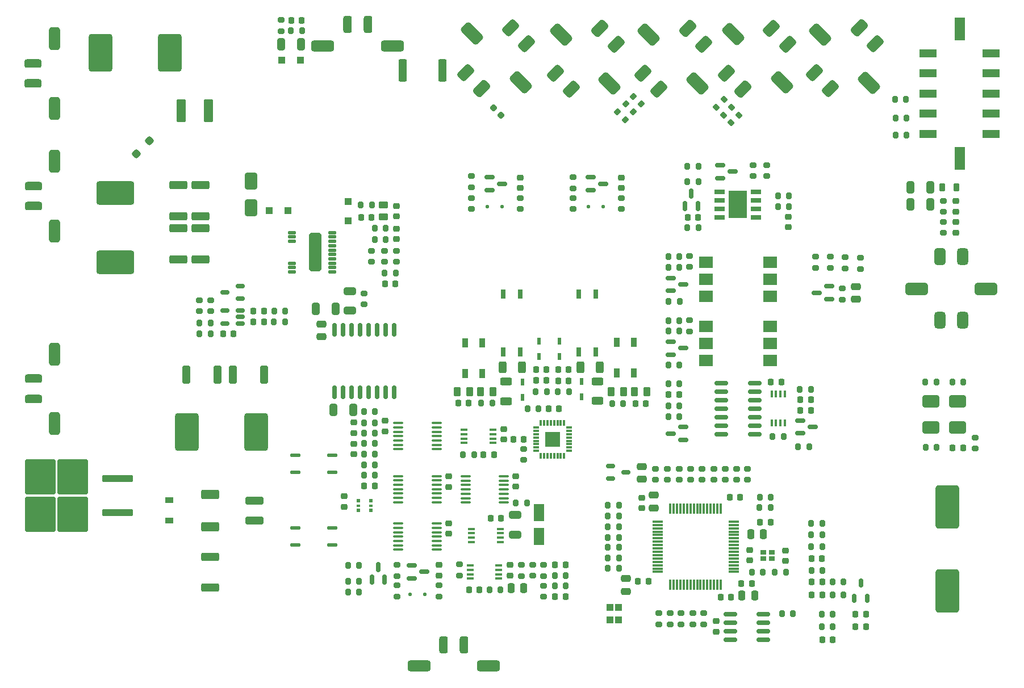
<source format=gbr>
%TF.GenerationSoftware,KiCad,Pcbnew,8.0.2*%
%TF.CreationDate,2025-03-18T14:55:19+01:00*%
%TF.ProjectId,Master_FT25,4d617374-6572-45f4-9654-32352e6b6963,rev?*%
%TF.SameCoordinates,Original*%
%TF.FileFunction,Paste,Top*%
%TF.FilePolarity,Positive*%
%FSLAX46Y46*%
G04 Gerber Fmt 4.6, Leading zero omitted, Abs format (unit mm)*
G04 Created by KiCad (PCBNEW 8.0.2) date 2025-03-18 14:55:19*
%MOMM*%
%LPD*%
G01*
G04 APERTURE LIST*
G04 Aperture macros list*
%AMRoundRect*
0 Rectangle with rounded corners*
0 $1 Rounding radius*
0 $2 $3 $4 $5 $6 $7 $8 $9 X,Y pos of 4 corners*
0 Add a 4 corners polygon primitive as box body*
4,1,4,$2,$3,$4,$5,$6,$7,$8,$9,$2,$3,0*
0 Add four circle primitives for the rounded corners*
1,1,$1+$1,$2,$3*
1,1,$1+$1,$4,$5*
1,1,$1+$1,$6,$7*
1,1,$1+$1,$8,$9*
0 Add four rect primitives between the rounded corners*
20,1,$1+$1,$2,$3,$4,$5,0*
20,1,$1+$1,$4,$5,$6,$7,0*
20,1,$1+$1,$6,$7,$8,$9,0*
20,1,$1+$1,$8,$9,$2,$3,0*%
G04 Aperture macros list end*
%ADD10RoundRect,0.250000X0.625000X-0.312500X0.625000X0.312500X-0.625000X0.312500X-0.625000X-0.312500X0*%
%ADD11RoundRect,0.408750X0.898026X0.319966X0.319966X0.898026X-0.898026X-0.319966X-0.319966X-0.898026X0*%
%ADD12RoundRect,0.408750X0.873277X0.295217X0.295217X0.873277X-0.873277X-0.295217X-0.295217X-0.873277X0*%
%ADD13RoundRect,0.456250X-0.567453X1.212688X-1.212688X0.567453X0.567453X-1.212688X1.212688X-0.567453X0*%
%ADD14RoundRect,0.200000X0.200000X0.275000X-0.200000X0.275000X-0.200000X-0.275000X0.200000X-0.275000X0*%
%ADD15RoundRect,0.250000X-0.262500X-0.450000X0.262500X-0.450000X0.262500X0.450000X-0.262500X0.450000X0*%
%ADD16RoundRect,0.225000X0.225000X0.250000X-0.225000X0.250000X-0.225000X-0.250000X0.225000X-0.250000X0*%
%ADD17RoundRect,0.225000X-0.225000X-0.250000X0.225000X-0.250000X0.225000X0.250000X-0.225000X0.250000X0*%
%ADD18RoundRect,0.250000X-1.075000X0.362500X-1.075000X-0.362500X1.075000X-0.362500X1.075000X0.362500X0*%
%ADD19RoundRect,0.150000X-0.587500X-0.150000X0.587500X-0.150000X0.587500X0.150000X-0.587500X0.150000X0*%
%ADD20RoundRect,0.420000X1.330000X-2.830000X1.330000X2.830000X-1.330000X2.830000X-1.330000X-2.830000X0*%
%ADD21RoundRect,0.225000X0.250000X-0.225000X0.250000X0.225000X-0.250000X0.225000X-0.250000X-0.225000X0*%
%ADD22RoundRect,0.250000X0.475000X-0.250000X0.475000X0.250000X-0.475000X0.250000X-0.475000X-0.250000X0*%
%ADD23RoundRect,0.200000X-0.200000X-0.275000X0.200000X-0.275000X0.200000X0.275000X-0.200000X0.275000X0*%
%ADD24RoundRect,0.200000X-0.275000X0.200000X-0.275000X-0.200000X0.275000X-0.200000X0.275000X0.200000X0*%
%ADD25R,2.540000X1.270000*%
%ADD26R,1.650000X3.430000*%
%ADD27RoundRect,0.200000X0.275000X-0.200000X0.275000X0.200000X-0.275000X0.200000X-0.275000X-0.200000X0*%
%ADD28RoundRect,0.218750X-0.218750X-0.256250X0.218750X-0.256250X0.218750X0.256250X-0.218750X0.256250X0*%
%ADD29RoundRect,0.250000X-0.300000X-0.300000X0.300000X-0.300000X0.300000X0.300000X-0.300000X0.300000X0*%
%ADD30RoundRect,0.150000X-0.825000X-0.150000X0.825000X-0.150000X0.825000X0.150000X-0.825000X0.150000X0*%
%ADD31RoundRect,0.218750X0.218750X0.256250X-0.218750X0.256250X-0.218750X-0.256250X0.218750X-0.256250X0*%
%ADD32RoundRect,0.250000X0.650000X-0.325000X0.650000X0.325000X-0.650000X0.325000X-0.650000X-0.325000X0*%
%ADD33RoundRect,0.250000X-0.475000X0.250000X-0.475000X-0.250000X0.475000X-0.250000X0.475000X0.250000X0*%
%ADD34RoundRect,0.250000X0.325000X0.650000X-0.325000X0.650000X-0.325000X-0.650000X0.325000X-0.650000X0*%
%ADD35R,0.500000X1.075000*%
%ADD36RoundRect,0.200000X-0.335876X-0.053033X-0.053033X-0.335876X0.335876X0.053033X0.053033X0.335876X0*%
%ADD37RoundRect,0.075000X0.700000X0.075000X-0.700000X0.075000X-0.700000X-0.075000X0.700000X-0.075000X0*%
%ADD38RoundRect,0.075000X0.075000X0.700000X-0.075000X0.700000X-0.075000X-0.700000X0.075000X-0.700000X0*%
%ADD39R,2.000000X1.780000*%
%ADD40RoundRect,0.150000X0.150000X-0.587500X0.150000X0.587500X-0.150000X0.587500X-0.150000X-0.587500X0*%
%ADD41RoundRect,0.250000X0.262500X0.450000X-0.262500X0.450000X-0.262500X-0.450000X0.262500X-0.450000X0*%
%ADD42RoundRect,0.218750X-0.256250X0.218750X-0.256250X-0.218750X0.256250X-0.218750X0.256250X0.218750X0*%
%ADD43RoundRect,0.250000X0.650000X-1.000000X0.650000X1.000000X-0.650000X1.000000X-0.650000X-1.000000X0*%
%ADD44R,1.525000X0.650000*%
%ADD45R,2.750000X4.100000*%
%ADD46RoundRect,0.250000X2.050000X0.300000X-2.050000X0.300000X-2.050000X-0.300000X2.050000X-0.300000X0*%
%ADD47RoundRect,0.250000X2.025000X2.375000X-2.025000X2.375000X-2.025000X-2.375000X2.025000X-2.375000X0*%
%ADD48R,0.800000X1.400000*%
%ADD49RoundRect,0.250000X-0.325000X-0.650000X0.325000X-0.650000X0.325000X0.650000X-0.325000X0.650000X0*%
%ADD50RoundRect,0.218750X0.335876X0.026517X0.026517X0.335876X-0.335876X-0.026517X-0.026517X-0.335876X0*%
%ADD51RoundRect,0.100000X-0.637500X-0.100000X0.637500X-0.100000X0.637500X0.100000X-0.637500X0.100000X0*%
%ADD52RoundRect,0.412500X-1.302500X-0.412500X1.302500X-0.412500X1.302500X0.412500X-1.302500X0.412500X0*%
%ADD53RoundRect,0.317500X-0.317500X-0.952500X0.317500X-0.952500X0.317500X0.952500X-0.317500X0.952500X0*%
%ADD54RoundRect,0.150000X0.150000X-0.512500X0.150000X0.512500X-0.150000X0.512500X-0.150000X-0.512500X0*%
%ADD55RoundRect,0.200000X0.335876X0.053033X0.053033X0.335876X-0.335876X-0.053033X-0.053033X-0.335876X0*%
%ADD56RoundRect,0.250000X-1.000000X-0.650000X1.000000X-0.650000X1.000000X0.650000X-1.000000X0.650000X0*%
%ADD57R,1.100000X0.400000*%
%ADD58RoundRect,0.225000X-0.250000X0.225000X-0.250000X-0.225000X0.250000X-0.225000X0.250000X0.225000X0*%
%ADD59RoundRect,0.250000X1.075000X-0.362500X1.075000X0.362500X-1.075000X0.362500X-1.075000X-0.362500X0*%
%ADD60RoundRect,0.250000X1.100000X-0.325000X1.100000X0.325000X-1.100000X0.325000X-1.100000X-0.325000X0*%
%ADD61RoundRect,0.150000X0.587500X0.150000X-0.587500X0.150000X-0.587500X-0.150000X0.587500X-0.150000X0*%
%ADD62RoundRect,0.250000X0.312500X0.625000X-0.312500X0.625000X-0.312500X-0.625000X0.312500X-0.625000X0*%
%ADD63RoundRect,0.350000X-1.400000X-2.450000X1.400000X-2.450000X1.400000X2.450000X-1.400000X2.450000X0*%
%ADD64RoundRect,0.150000X0.512500X0.150000X-0.512500X0.150000X-0.512500X-0.150000X0.512500X-0.150000X0*%
%ADD65RoundRect,0.137500X0.587500X0.137500X-0.587500X0.137500X-0.587500X-0.137500X0.587500X-0.137500X0*%
%ADD66RoundRect,0.250000X-0.362500X-1.075000X0.362500X-1.075000X0.362500X1.075000X-0.362500X1.075000X0*%
%ADD67RoundRect,0.125000X-0.125000X-0.125000X0.125000X-0.125000X0.125000X0.125000X-0.125000X0.125000X0*%
%ADD68RoundRect,0.350000X1.400000X2.450000X-1.400000X2.450000X-1.400000X-2.450000X1.400000X-2.450000X0*%
%ADD69R,0.875000X0.775000*%
%ADD70R,0.850000X0.300000*%
%ADD71R,0.300000X0.850000*%
%ADD72R,2.200000X2.200000*%
%ADD73RoundRect,0.412500X0.412500X-1.302500X0.412500X1.302500X-0.412500X1.302500X-0.412500X-1.302500X0*%
%ADD74RoundRect,0.317500X0.952500X-0.317500X0.952500X0.317500X-0.952500X0.317500X-0.952500X-0.317500X0*%
%ADD75R,0.900000X1.350000*%
%ADD76RoundRect,0.150000X-0.512500X-0.150000X0.512500X-0.150000X0.512500X0.150000X-0.512500X0.150000X0*%
%ADD77R,0.600000X0.600000*%
%ADD78R,0.600000X0.400000*%
%ADD79RoundRect,0.250000X0.250000X0.475000X-0.250000X0.475000X-0.250000X-0.475000X0.250000X-0.475000X0*%
%ADD80R,1.000000X1.000000*%
%ADD81RoundRect,0.250000X-0.250000X-0.475000X0.250000X-0.475000X0.250000X0.475000X-0.250000X0.475000X0*%
%ADD82RoundRect,0.218750X-0.218750X-0.381250X0.218750X-0.381250X0.218750X0.381250X-0.218750X0.381250X0*%
%ADD83RoundRect,0.250000X0.550000X-1.050000X0.550000X1.050000X-0.550000X1.050000X-0.550000X-1.050000X0*%
%ADD84RoundRect,0.250000X0.000000X0.424264X-0.424264X0.000000X0.000000X-0.424264X0.424264X0.000000X0*%
%ADD85R,1.200000X0.850000*%
%ADD86RoundRect,0.408750X0.408750X0.861250X-0.408750X0.861250X-0.408750X-0.861250X0.408750X-0.861250X0*%
%ADD87RoundRect,0.408750X0.408750X0.826250X-0.408750X0.826250X-0.408750X-0.826250X0.408750X-0.826250X0*%
%ADD88RoundRect,0.456250X-1.258750X0.456250X-1.258750X-0.456250X1.258750X-0.456250X1.258750X0.456250X0*%
%ADD89RoundRect,0.200000X-0.053033X0.335876X-0.335876X0.053033X0.053033X-0.335876X0.335876X-0.053033X0*%
%ADD90RoundRect,0.137500X-0.587500X-0.137500X0.587500X-0.137500X0.587500X0.137500X-0.587500X0.137500X0*%
%ADD91RoundRect,0.249999X-0.450001X-1.450001X0.450001X-1.450001X0.450001X1.450001X-0.450001X1.450001X0*%
%ADD92RoundRect,0.250000X0.300000X-0.300000X0.300000X0.300000X-0.300000X0.300000X-0.300000X-0.300000X0*%
%ADD93RoundRect,0.250000X0.450000X-0.262500X0.450000X0.262500X-0.450000X0.262500X-0.450000X-0.262500X0*%
%ADD94RoundRect,0.250000X-0.362500X-1.425000X0.362500X-1.425000X0.362500X1.425000X-0.362500X1.425000X0*%
%ADD95RoundRect,0.408750X-0.898026X-0.319966X-0.319966X-0.898026X0.898026X0.319966X0.319966X0.898026X0*%
%ADD96RoundRect,0.408750X-0.873277X-0.295217X-0.295217X-0.873277X0.873277X0.295217X0.295217X0.873277X0*%
%ADD97RoundRect,0.456250X0.567453X-1.212688X1.212688X-0.567453X-0.567453X1.212688X-1.212688X0.567453X0*%
%ADD98RoundRect,0.218750X0.256250X-0.218750X0.256250X0.218750X-0.256250X0.218750X-0.256250X-0.218750X0*%
%ADD99R,0.400000X1.100000*%
%ADD100RoundRect,0.249999X1.075001X-0.450001X1.075001X0.450001X-1.075001X0.450001X-1.075001X-0.450001X0*%
%ADD101RoundRect,0.112500X-0.487500X-0.112500X0.487500X-0.112500X0.487500X0.112500X-0.487500X0.112500X0*%
%ADD102RoundRect,0.178000X-0.712000X-2.662000X0.712000X-2.662000X0.712000X2.662000X-0.712000X2.662000X0*%
%ADD103RoundRect,0.250000X-0.312500X-0.625000X0.312500X-0.625000X0.312500X0.625000X-0.312500X0.625000X0*%
%ADD104RoundRect,0.150000X0.150000X-0.875000X0.150000X0.875000X-0.150000X0.875000X-0.150000X-0.875000X0*%
%ADD105RoundRect,0.350000X-2.450000X1.400000X-2.450000X-1.400000X2.450000X-1.400000X2.450000X1.400000X0*%
G04 APERTURE END LIST*
D10*
%TO.C,R130*%
X124550000Y-96712500D03*
X124550000Y-93787500D03*
%TD*%
D11*
%TO.C,J6*%
X151633695Y-41086891D03*
D12*
X144962142Y-47758443D03*
X154037858Y-43441557D03*
X147341557Y-50137858D03*
D13*
X153069121Y-49292865D03*
X145807135Y-42030879D03*
%TD*%
D14*
%TO.C,R123*%
X166725000Y-66100000D03*
X165075000Y-66100000D03*
%TD*%
D15*
%TO.C,R127*%
X143687500Y-95250000D03*
X145512500Y-95250000D03*
%TD*%
D16*
%TO.C,C31*%
X171650000Y-125550000D03*
X170100000Y-125550000D03*
%TD*%
D14*
%TO.C,R67*%
X133925000Y-95300000D03*
X132275000Y-95300000D03*
%TD*%
D17*
%TO.C,C38*%
X176625000Y-128425000D03*
X178175000Y-128425000D03*
%TD*%
D18*
%TO.C,R104*%
X78950000Y-70912500D03*
X78950000Y-75537500D03*
%TD*%
D19*
%TO.C,Q2*%
X137162500Y-63300000D03*
X137162500Y-65200000D03*
X139037500Y-64250000D03*
%TD*%
D20*
%TO.C,C36*%
X190350000Y-112450001D03*
X190350000Y-124949999D03*
%TD*%
D21*
%TO.C,C37*%
X155875000Y-131050000D03*
X155875000Y-129500000D03*
%TD*%
D22*
%TO.C,C14*%
X97000000Y-87100000D03*
X97000000Y-85200000D03*
%TD*%
D16*
%TO.C,C53*%
X171650000Y-123675000D03*
X170100000Y-123675000D03*
%TD*%
D23*
%TO.C,R93*%
X148775000Y-81800000D03*
X150425000Y-81800000D03*
%TD*%
D21*
%TO.C,C25*%
X144810000Y-112645000D03*
X144810000Y-111095000D03*
%TD*%
D24*
%TO.C,R44*%
X154000000Y-128325000D03*
X154000000Y-129975000D03*
%TD*%
D25*
%TO.C,J14*%
X187450000Y-56800000D03*
X196850000Y-56800000D03*
X187450000Y-53800000D03*
X196850000Y-53800000D03*
X187450000Y-50800000D03*
X196850000Y-50800000D03*
X187450000Y-47800000D03*
X196850000Y-47800000D03*
X187450000Y-44800000D03*
X196850000Y-44800000D03*
D26*
X192150000Y-60435000D03*
X192150000Y-41165000D03*
%TD*%
D14*
%TO.C,R53*%
X141375000Y-112225000D03*
X139725000Y-112225000D03*
%TD*%
D27*
%TO.C,R73*%
X134500000Y-64925000D03*
X134500000Y-63275000D03*
%TD*%
D28*
%TO.C,D5*%
X86887499Y-83275000D03*
X88462501Y-83275000D03*
%TD*%
D29*
%TO.C,D31*%
X91100000Y-45800000D03*
X93900000Y-45800000D03*
%TD*%
D14*
%TO.C,R35*%
X133437500Y-122675000D03*
X131787500Y-122675000D03*
%TD*%
D30*
%TO.C,U16*%
X156625000Y-93990000D03*
X156625000Y-95260000D03*
X156625000Y-96530000D03*
X156625000Y-97800000D03*
X156625000Y-99070000D03*
X156625000Y-100340000D03*
X156625000Y-101610000D03*
X161575000Y-101610000D03*
X161575000Y-100340000D03*
X161575000Y-99070000D03*
X161575000Y-97800000D03*
X161575000Y-96530000D03*
X161575000Y-95260000D03*
X161575000Y-93990000D03*
%TD*%
D31*
%TO.C,D32*%
X94087500Y-39900000D03*
X92512500Y-39900000D03*
%TD*%
D32*
%TO.C,C44*%
X101275000Y-83200001D03*
X101275000Y-80249999D03*
%TD*%
D23*
%TO.C,R106*%
X104975000Y-72550000D03*
X106625000Y-72550000D03*
%TD*%
D33*
%TO.C,C43*%
X176700000Y-79600001D03*
X176700000Y-81499999D03*
%TD*%
D34*
%TO.C,C45*%
X99100001Y-82875000D03*
X96149999Y-82875000D03*
%TD*%
D23*
%TO.C,R1*%
X103325000Y-99900000D03*
X104975000Y-99900000D03*
%TD*%
D28*
%TO.C,D6*%
X86887499Y-84875000D03*
X88462501Y-84875000D03*
%TD*%
D14*
%TO.C,R54*%
X141375000Y-113800000D03*
X139725000Y-113800000D03*
%TD*%
D17*
%TO.C,C41*%
X164025000Y-93850000D03*
X165575000Y-93850000D03*
%TD*%
D14*
%TO.C,R41*%
X166250000Y-122225000D03*
X164600000Y-122225000D03*
%TD*%
%TO.C,R4*%
X104975000Y-103000000D03*
X103325000Y-103000000D03*
%TD*%
D35*
%TO.C,D15*%
X132450000Y-87750000D03*
X132450000Y-90050000D03*
%TD*%
D36*
%TO.C,R27*%
X143516637Y-51216637D03*
X144683363Y-52383363D03*
%TD*%
D27*
%TO.C,R101*%
X177350000Y-76975000D03*
X177350000Y-75325000D03*
%TD*%
D37*
%TO.C,U12*%
X158449999Y-122150000D03*
X158449999Y-121650001D03*
X158449999Y-121150001D03*
X158449999Y-120650001D03*
X158449999Y-120150001D03*
X158449999Y-119650000D03*
X158449999Y-119150001D03*
X158449999Y-118650001D03*
X158449999Y-118150001D03*
X158449999Y-117650001D03*
X158449999Y-117150002D03*
X158449999Y-116650001D03*
X158449999Y-116150001D03*
X158449999Y-115650001D03*
X158449999Y-115150001D03*
X158449999Y-114650002D03*
D38*
X156524998Y-112725001D03*
X156024999Y-112725001D03*
X155524999Y-112725001D03*
X155024999Y-112725001D03*
X154524999Y-112725001D03*
X154024998Y-112725001D03*
X153524999Y-112725001D03*
X153024999Y-112725001D03*
X152524999Y-112725001D03*
X152024999Y-112725001D03*
X151525000Y-112725001D03*
X151024999Y-112725001D03*
X150524999Y-112725001D03*
X150024999Y-112725001D03*
X149524999Y-112725001D03*
X149025000Y-112725001D03*
D37*
X147099999Y-114650002D03*
X147099999Y-115150001D03*
X147099999Y-115650001D03*
X147099999Y-116150001D03*
X147099999Y-116650001D03*
X147099999Y-117150002D03*
X147099999Y-117650001D03*
X147099999Y-118150001D03*
X147099999Y-118650001D03*
X147099999Y-119150001D03*
X147099999Y-119650000D03*
X147099999Y-120150001D03*
X147099999Y-120650001D03*
X147099999Y-121150001D03*
X147099999Y-121650001D03*
X147099999Y-122150000D03*
D38*
X149025000Y-124075001D03*
X149524999Y-124075001D03*
X150024999Y-124075001D03*
X150524999Y-124075001D03*
X151024999Y-124075001D03*
X151525000Y-124075001D03*
X152024999Y-124075001D03*
X152524999Y-124075001D03*
X153024999Y-124075001D03*
X153524999Y-124075001D03*
X154024998Y-124075001D03*
X154524999Y-124075001D03*
X155024999Y-124075001D03*
X155524999Y-124075001D03*
X156024999Y-124075001D03*
X156524998Y-124075001D03*
%TD*%
D16*
%TO.C,C34*%
X133875000Y-93700000D03*
X132325000Y-93700000D03*
%TD*%
%TO.C,C13*%
X83925000Y-86675000D03*
X82375000Y-86675000D03*
%TD*%
D27*
%TO.C,R36*%
X130112500Y-122750000D03*
X130112500Y-121100000D03*
%TD*%
D39*
%TO.C,U19*%
X154335000Y-85510000D03*
X154335000Y-88050000D03*
X154335000Y-90590000D03*
X163865000Y-90590000D03*
X163865000Y-88050000D03*
X163865000Y-85510000D03*
%TD*%
D40*
%TO.C,D13*%
X151225000Y-67562500D03*
X153125000Y-67562500D03*
X152175000Y-65687500D03*
%TD*%
D23*
%TO.C,R138*%
X100975000Y-123550000D03*
X102625000Y-123550000D03*
%TD*%
%TO.C,R46*%
X139725000Y-115450000D03*
X141375000Y-115450000D03*
%TD*%
D27*
%TO.C,R40*%
X161400000Y-63125000D03*
X161400000Y-61475000D03*
%TD*%
D35*
%TO.C,D35*%
X129450000Y-87750000D03*
X129450000Y-90050000D03*
%TD*%
D41*
%TO.C,R132*%
X119112500Y-95250000D03*
X117287500Y-95250000D03*
%TD*%
D18*
%TO.C,R103*%
X78950000Y-64462500D03*
X78950000Y-69087500D03*
%TD*%
D40*
%TO.C,Q11*%
X104550000Y-123287500D03*
X106450000Y-123287500D03*
X105500000Y-121412499D03*
%TD*%
D42*
%TO.C,D37*%
X191600000Y-66862499D03*
X191600000Y-68437501D03*
%TD*%
D43*
%TO.C,D29*%
X86475000Y-67850000D03*
X86475000Y-63850000D03*
%TD*%
D30*
%TO.C,U15*%
X157950000Y-128445000D03*
X157950000Y-129715000D03*
X157950000Y-130985000D03*
X157950000Y-132255000D03*
X162900000Y-132255000D03*
X162900000Y-130985000D03*
X162900000Y-129715000D03*
X162900000Y-128445000D03*
%TD*%
D27*
%TO.C,R48*%
X157224999Y-108425000D03*
X157224999Y-106775000D03*
%TD*%
D21*
%TO.C,C47*%
X108200000Y-72525000D03*
X108200000Y-70975000D03*
%TD*%
D23*
%TO.C,R7*%
X125987500Y-111875000D03*
X127637500Y-111875000D03*
%TD*%
D44*
%TO.C,IC1*%
X161812000Y-69255000D03*
X161812000Y-67985000D03*
X161812000Y-66715000D03*
X161812000Y-65445000D03*
X156388000Y-65445000D03*
X156388000Y-66715000D03*
X156388000Y-67985000D03*
X156388000Y-69255000D03*
D45*
X159100000Y-67350000D03*
%TD*%
D14*
%TO.C,R24*%
X104975000Y-107750000D03*
X103325000Y-107750000D03*
%TD*%
D46*
%TO.C,Q9*%
X66650000Y-113290000D03*
D47*
X59925000Y-113525000D03*
X59925000Y-107975000D03*
X55075000Y-113525000D03*
X55075000Y-107975000D03*
D46*
X66650000Y-108210000D03*
%TD*%
D23*
%TO.C,R3*%
X103325000Y-104600000D03*
X104975000Y-104600000D03*
%TD*%
D48*
%TO.C,FL4*%
X135330000Y-89375000D03*
X137870000Y-89375000D03*
X137870000Y-80725000D03*
X135330000Y-80725000D03*
%TD*%
D14*
%TO.C,R45*%
X141375000Y-120050000D03*
X139725000Y-120050000D03*
%TD*%
D18*
%TO.C,R13*%
X75700000Y-70912500D03*
X75700000Y-75537500D03*
%TD*%
D17*
%TO.C,C48*%
X106475000Y-79175000D03*
X108025000Y-79175000D03*
%TD*%
D11*
%TO.C,J5*%
X138533695Y-41086891D03*
D12*
X131862142Y-47758443D03*
X140937858Y-43441557D03*
X134241557Y-50137858D03*
D13*
X139969121Y-49292865D03*
X132707135Y-42030879D03*
%TD*%
D14*
%TO.C,R129*%
X122475000Y-97000000D03*
X120825000Y-97000000D03*
%TD*%
D31*
%TO.C,D22*%
X192687501Y-103650000D03*
X191112499Y-103650000D03*
%TD*%
D49*
%TO.C,C55*%
X184824999Y-67325000D03*
X187775001Y-67325000D03*
%TD*%
D48*
%TO.C,FL3*%
X124080000Y-89375000D03*
X126620000Y-89375000D03*
X126620000Y-80725000D03*
X124080000Y-80725000D03*
%TD*%
D19*
%TO.C,Q5*%
X168412500Y-99550000D03*
X168412500Y-101450000D03*
X170287501Y-100500000D03*
%TD*%
D23*
%TO.C,R108*%
X104975000Y-70925000D03*
X106625000Y-70925000D03*
%TD*%
D50*
%TO.C,F5*%
X123806847Y-54056847D03*
X122693153Y-52943153D03*
%TD*%
D51*
%TO.C,U21*%
X118487500Y-107900000D03*
X118487500Y-108550000D03*
X118487500Y-109200000D03*
X118487500Y-109850000D03*
X118487500Y-110500000D03*
X118487500Y-111150000D03*
X118487500Y-111800000D03*
X124212500Y-111800000D03*
X124212500Y-111150000D03*
X124212500Y-110500000D03*
X124212500Y-109850000D03*
X124212500Y-109200000D03*
X124212500Y-108550000D03*
X124212500Y-107900000D03*
%TD*%
D52*
%TO.C,J17*%
X111540000Y-136200000D03*
X121940000Y-136200000D03*
D53*
X115240000Y-133000000D03*
X118240000Y-133000000D03*
%TD*%
D54*
%TO.C,D25*%
X176462500Y-126112500D03*
X178362500Y-126112500D03*
X177412500Y-123837500D03*
%TD*%
D55*
%TO.C,R28*%
X143533363Y-53533363D03*
X142366637Y-52366637D03*
%TD*%
D28*
%TO.C,D9*%
X131825000Y-121125000D03*
X133400002Y-121125000D03*
%TD*%
D24*
%TO.C,R49*%
X148975000Y-128325000D03*
X148975000Y-129975000D03*
%TD*%
D56*
%TO.C,D17*%
X187849999Y-100650000D03*
X191850001Y-100650000D03*
%TD*%
D23*
%TO.C,R94*%
X148725000Y-91300000D03*
X150375000Y-91300000D03*
%TD*%
D17*
%TO.C,C24*%
X159625000Y-123925000D03*
X161175000Y-123925000D03*
%TD*%
%TO.C,C35*%
X143825000Y-97050000D03*
X145375000Y-97050000D03*
%TD*%
D16*
%TO.C,C23*%
X132425000Y-97800000D03*
X130875000Y-97800000D03*
%TD*%
D57*
%TO.C,U2*%
X118300000Y-100975000D03*
X118300000Y-101625000D03*
X118300000Y-102275000D03*
X118300000Y-102925000D03*
X122600000Y-102925000D03*
X122600000Y-102275000D03*
X122600000Y-101625000D03*
X122600000Y-100975000D03*
%TD*%
D11*
%TO.C,J1*%
X177183695Y-41036891D03*
D12*
X170512142Y-47708443D03*
X179587858Y-43391557D03*
X172891557Y-50087858D03*
D13*
X178619121Y-49242865D03*
X171357135Y-41980879D03*
%TD*%
D27*
%TO.C,R18*%
X78800000Y-83275000D03*
X78800000Y-81625000D03*
%TD*%
D16*
%TO.C,C42*%
X169975000Y-98050000D03*
X168425000Y-98050000D03*
%TD*%
D58*
%TO.C,C5*%
X125950000Y-107875000D03*
X125950000Y-109425000D03*
%TD*%
D59*
%TO.C,R139*%
X80450000Y-124512500D03*
X80450000Y-119887500D03*
%TD*%
D14*
%TO.C,R125*%
X153225000Y-70800000D03*
X151575000Y-70800000D03*
%TD*%
D39*
%TO.C,U18*%
X154335000Y-75960000D03*
X154335000Y-78500000D03*
X154335000Y-81040000D03*
X163865000Y-81040000D03*
X163865000Y-78500000D03*
X163865000Y-75960000D03*
%TD*%
D42*
%TO.C,D16*%
X126650000Y-63312500D03*
X126650000Y-64887500D03*
%TD*%
D16*
%TO.C,C49*%
X104475000Y-69250000D03*
X102925000Y-69250000D03*
%TD*%
D23*
%TO.C,R15*%
X89987500Y-83275000D03*
X91637500Y-83275000D03*
%TD*%
D14*
%TO.C,R21*%
X153225000Y-63950000D03*
X151575000Y-63950000D03*
%TD*%
D19*
%TO.C,Q7*%
X149062500Y-87837500D03*
X149062500Y-89737500D03*
X150937500Y-88787500D03*
%TD*%
D24*
%TO.C,R69*%
X119350000Y-66375000D03*
X119350000Y-68025000D03*
%TD*%
D23*
%TO.C,R42*%
X161175000Y-122225000D03*
X162825000Y-122225000D03*
%TD*%
D60*
%TO.C,C54*%
X87050000Y-114475001D03*
X87050000Y-111524999D03*
%TD*%
D24*
%TO.C,R61*%
X147325000Y-128325000D03*
X147325000Y-129975000D03*
%TD*%
D61*
%TO.C,Q4*%
X150937500Y-102450000D03*
X150937500Y-100550000D03*
X149062499Y-101500000D03*
%TD*%
D14*
%TO.C,R109*%
X104550000Y-67400000D03*
X102900000Y-67400000D03*
%TD*%
D15*
%TO.C,R122*%
X140237500Y-95250000D03*
X142062500Y-95250000D03*
%TD*%
D62*
%TO.C,R118*%
X138512500Y-91650000D03*
X135587500Y-91650000D03*
%TD*%
D23*
%TO.C,R80*%
X165650000Y-128400000D03*
X167300000Y-128400000D03*
%TD*%
D63*
%TO.C,F3*%
X76950000Y-101300000D03*
X87250000Y-101300000D03*
%TD*%
D58*
%TO.C,C1*%
X115950000Y-114875000D03*
X115950000Y-116425000D03*
%TD*%
D14*
%TO.C,R126*%
X102625000Y-121150000D03*
X100975000Y-121150000D03*
%TD*%
%TO.C,R136*%
X129375000Y-97800000D03*
X127725000Y-97800000D03*
%TD*%
D29*
%TO.C,D30*%
X89250001Y-68275000D03*
X92049999Y-68275000D03*
%TD*%
D49*
%TO.C,C51*%
X91025000Y-43450000D03*
X93975000Y-43450000D03*
%TD*%
D14*
%TO.C,R16*%
X80475000Y-86675000D03*
X78825000Y-86675000D03*
%TD*%
D27*
%TO.C,R75*%
X141700000Y-68025000D03*
X141700000Y-66375000D03*
%TD*%
D64*
%TO.C,D4*%
X84912500Y-81425000D03*
X84912500Y-79525000D03*
X82637500Y-80475000D03*
%TD*%
D24*
%TO.C,R95*%
X151900000Y-75025000D03*
X151900000Y-76675000D03*
%TD*%
D65*
%TO.C,U11*%
X98600000Y-118170000D03*
X98600000Y-115630000D03*
X93100000Y-115630000D03*
X93100000Y-118170000D03*
%TD*%
D66*
%TO.C,R22*%
X83837500Y-92700000D03*
X88462500Y-92700000D03*
%TD*%
D23*
%TO.C,R50*%
X170025000Y-118400000D03*
X171675000Y-118400000D03*
%TD*%
D67*
%TO.C,D24*%
X110200001Y-125500000D03*
X112399999Y-125500000D03*
%TD*%
D14*
%TO.C,R124*%
X174850000Y-125550000D03*
X173200000Y-125550000D03*
%TD*%
D27*
%TO.C,R47*%
X158874999Y-108425000D03*
X158874999Y-106775000D03*
%TD*%
D24*
%TO.C,R65*%
X146774999Y-106775000D03*
X146774999Y-108425000D03*
%TD*%
D27*
%TO.C,R111*%
X104425000Y-75925000D03*
X104425000Y-74275000D03*
%TD*%
D68*
%TO.C,F2*%
X74400000Y-44750000D03*
X64100000Y-44750000D03*
%TD*%
D24*
%TO.C,R107*%
X103375000Y-80625000D03*
X103375000Y-82275000D03*
%TD*%
D14*
%TO.C,R85*%
X150375000Y-97350000D03*
X148725000Y-97350000D03*
%TD*%
D69*
%TO.C,IQXC-42*%
X162900000Y-119212500D03*
X164175000Y-119212500D03*
X164175000Y-120187500D03*
X162900000Y-120187500D03*
%TD*%
D28*
%TO.C,D38*%
X103362499Y-109300000D03*
X104937501Y-109300000D03*
%TD*%
D17*
%TO.C,C29*%
X125625000Y-102350000D03*
X127175000Y-102350000D03*
%TD*%
D70*
%TO.C,IC2*%
X133900000Y-104100000D03*
X133900000Y-103600000D03*
X133900000Y-103100000D03*
X133900000Y-102600000D03*
X133900000Y-102100000D03*
X133900000Y-101600000D03*
X133900000Y-101100000D03*
X133900000Y-100600000D03*
D71*
X133200000Y-99900000D03*
X132700000Y-99900000D03*
X132200000Y-99900000D03*
X131700000Y-99900000D03*
X131200000Y-99900000D03*
X130700000Y-99900000D03*
X130200000Y-99900000D03*
X129700000Y-99900000D03*
D70*
X129000000Y-100600000D03*
X129000000Y-101100000D03*
X129000000Y-101600000D03*
X129000000Y-102100000D03*
X129000000Y-102600000D03*
X129000000Y-103100000D03*
X129000000Y-103600000D03*
X129000000Y-104100000D03*
D71*
X129700000Y-104800000D03*
X130200000Y-104800000D03*
X130700000Y-104800000D03*
X131200000Y-104800000D03*
X131700000Y-104800000D03*
X132200000Y-104800000D03*
X132700000Y-104800000D03*
X133200000Y-104800000D03*
D72*
X131450000Y-102350000D03*
%TD*%
D18*
%TO.C,R12*%
X75675000Y-64462500D03*
X75675000Y-69087500D03*
%TD*%
D51*
%TO.C,U5*%
X108487500Y-107850000D03*
X108487500Y-108500000D03*
X108487500Y-109150000D03*
X108487500Y-109800000D03*
X108487500Y-110450000D03*
X108487500Y-111100000D03*
X108487500Y-111750000D03*
X114212500Y-111750000D03*
X114212500Y-111100000D03*
X114212500Y-110450000D03*
X114212500Y-109800000D03*
X114212500Y-109150000D03*
X114212500Y-108500000D03*
X114212500Y-107850000D03*
%TD*%
D73*
%TO.C,J9*%
X57250000Y-100050000D03*
X57250000Y-89650000D03*
D74*
X54050000Y-96350000D03*
X54050000Y-93350000D03*
%TD*%
D24*
%TO.C,R100*%
X170700000Y-75125000D03*
X170700000Y-76775000D03*
%TD*%
D14*
%TO.C,R23*%
X104975000Y-106200000D03*
X103325000Y-106200000D03*
%TD*%
D75*
%TO.C,FL2*%
X118450000Y-87975001D03*
X118450000Y-92524999D03*
X120950000Y-92524999D03*
X120950000Y-87975001D03*
%TD*%
D17*
%TO.C,C27*%
X157905000Y-111050000D03*
X159455000Y-111050000D03*
%TD*%
D58*
%TO.C,C2*%
X101850001Y-99875000D03*
X101850001Y-101425000D03*
%TD*%
D61*
%TO.C,Q8*%
X172687500Y-81462500D03*
X172687500Y-79562500D03*
X170812500Y-80512500D03*
%TD*%
D23*
%TO.C,R5*%
X103325000Y-98200000D03*
X104975000Y-98200000D03*
%TD*%
D24*
%TO.C,R51*%
X150650000Y-128325000D03*
X150650000Y-129975000D03*
%TD*%
D19*
%TO.C,D14*%
X156412500Y-61500000D03*
X156412500Y-63400000D03*
X158287500Y-62450000D03*
%TD*%
D76*
%TO.C,D12*%
X140087499Y-106350001D03*
X140087499Y-108249999D03*
X142362499Y-107300000D03*
%TD*%
D17*
%TO.C,C32*%
X162395000Y-114780000D03*
X163945000Y-114780000D03*
%TD*%
D14*
%TO.C,R20*%
X153225000Y-61650000D03*
X151575000Y-61650000D03*
%TD*%
D27*
%TO.C,R14*%
X80500000Y-83275000D03*
X80500000Y-81625000D03*
%TD*%
D58*
%TO.C,C52*%
X166650000Y-69175000D03*
X166650000Y-70725000D03*
%TD*%
D77*
%TO.C,U4*%
X104350000Y-113000000D03*
D78*
X104350000Y-112250000D03*
D77*
X104350000Y-111500000D03*
X102550000Y-111500000D03*
D78*
X102550000Y-112250000D03*
D77*
X102550000Y-113000000D03*
%TD*%
D16*
%TO.C,C21*%
X158075000Y-125950000D03*
X156525000Y-125950000D03*
%TD*%
D79*
%TO.C,C12*%
X127162499Y-124575000D03*
X125262501Y-124575000D03*
%TD*%
D14*
%TO.C,R84*%
X169732189Y-103460516D03*
X168082189Y-103460516D03*
%TD*%
D24*
%TO.C,R96*%
X151900000Y-84625000D03*
X151900000Y-86275000D03*
%TD*%
%TO.C,R102*%
X174650000Y-79875000D03*
X174650000Y-81525000D03*
%TD*%
D16*
%TO.C,C58*%
X133875000Y-92000000D03*
X132325000Y-92000000D03*
%TD*%
D42*
%TO.C,D23*%
X114512500Y-121112499D03*
X114512500Y-122687501D03*
%TD*%
D14*
%TO.C,R30*%
X133425000Y-124250000D03*
X131775000Y-124250000D03*
%TD*%
D80*
%TO.C,D10*%
X140025000Y-127425000D03*
X141275000Y-127425000D03*
X141275000Y-129275000D03*
X140025000Y-129275000D03*
%TD*%
D81*
%TO.C,C22*%
X159675001Y-125700000D03*
X161574999Y-125700000D03*
%TD*%
D14*
%TO.C,R63*%
X141375000Y-121575000D03*
X139725000Y-121575000D03*
%TD*%
D82*
%TO.C,FB1*%
X189587500Y-64775000D03*
X191712500Y-64775000D03*
%TD*%
D73*
%TO.C,J15*%
X57200000Y-53000000D03*
X57200000Y-42600000D03*
D74*
X54000000Y-49300000D03*
X54000000Y-46300000D03*
%TD*%
D64*
%TO.C,U9*%
X84887500Y-85087499D03*
X84887500Y-84137500D03*
X84887500Y-83187501D03*
X82612500Y-83187501D03*
X82612500Y-85087499D03*
%TD*%
D67*
%TO.C,D21*%
X136850000Y-67700000D03*
X139050000Y-67700000D03*
%TD*%
D35*
%TO.C,D33*%
X135800000Y-93750000D03*
X135800000Y-96050000D03*
%TD*%
D23*
%TO.C,R88*%
X168325000Y-94900000D03*
X169975000Y-94900000D03*
%TD*%
D14*
%TO.C,R55*%
X171675000Y-116625000D03*
X170025000Y-116625000D03*
%TD*%
D83*
%TO.C,C10*%
X129412500Y-116875000D03*
X129412500Y-113275000D03*
%TD*%
D24*
%TO.C,R74*%
X134500000Y-66375000D03*
X134500000Y-68025000D03*
%TD*%
D66*
%TO.C,R25*%
X76887500Y-92700000D03*
X81512500Y-92700000D03*
%TD*%
D73*
%TO.C,J7*%
X57250000Y-71300000D03*
X57250000Y-60900000D03*
D74*
X54050000Y-67600000D03*
X54050000Y-64600000D03*
%TD*%
D84*
%TO.C,D3*%
X71389949Y-57810051D03*
X69410051Y-59789949D03*
%TD*%
D16*
%TO.C,C30*%
X145750000Y-123550000D03*
X144200000Y-123550000D03*
%TD*%
%TO.C,C11*%
X123775000Y-114150000D03*
X122225000Y-114150000D03*
%TD*%
D79*
%TO.C,C33*%
X162909999Y-116550000D03*
X161010001Y-116550000D03*
%TD*%
D14*
%TO.C,R87*%
X150375000Y-94050000D03*
X148725000Y-94050000D03*
%TD*%
D35*
%TO.C,D34*%
X127000000Y-93800000D03*
X127000000Y-96100000D03*
%TD*%
D24*
%TO.C,R99*%
X172850000Y-75125000D03*
X172850000Y-76775000D03*
%TD*%
D27*
%TO.C,R60*%
X155524999Y-108425000D03*
X155524999Y-106775000D03*
%TD*%
D41*
%TO.C,R133*%
X122562500Y-95250000D03*
X120737500Y-95250000D03*
%TD*%
D23*
%TO.C,R71*%
X187050000Y-93800000D03*
X188700000Y-93800000D03*
%TD*%
D85*
%TO.C,D11*%
X74300000Y-114525000D03*
X74300000Y-111475000D03*
%TD*%
D67*
%TO.C,D18*%
X121700000Y-67700000D03*
X123900000Y-67700000D03*
%TD*%
D21*
%TO.C,C6*%
X100400000Y-112425000D03*
X100400000Y-110875000D03*
%TD*%
D86*
%TO.C,J2*%
X189217500Y-75150000D03*
D87*
X189217500Y-84585000D03*
X192582500Y-75115000D03*
X192582500Y-84585000D03*
D88*
X196035000Y-79937500D03*
X185765000Y-79937500D03*
%TD*%
D17*
%TO.C,C40*%
X171650000Y-132275000D03*
X173200000Y-132275000D03*
%TD*%
D23*
%TO.C,R64*%
X162335000Y-112560000D03*
X163985000Y-112560000D03*
%TD*%
D89*
%TO.C,R32*%
X157020621Y-51703895D03*
X155853895Y-52870621D03*
%TD*%
D27*
%TO.C,R56*%
X160540000Y-108425000D03*
X160540000Y-106775000D03*
%TD*%
D90*
%TO.C,U13*%
X93100000Y-104730000D03*
X93100000Y-107270000D03*
X98600000Y-107270000D03*
X98600000Y-104730000D03*
%TD*%
D16*
%TO.C,C56*%
X153175000Y-69300000D03*
X151625000Y-69300000D03*
%TD*%
D24*
%TO.C,R52*%
X152350000Y-128325000D03*
X152350000Y-129975000D03*
%TD*%
D17*
%TO.C,C19*%
X170050000Y-120125000D03*
X171600000Y-120125000D03*
%TD*%
D19*
%TO.C,Q3*%
X110475000Y-121200000D03*
X110475000Y-123100000D03*
X112350001Y-122150000D03*
%TD*%
D58*
%TO.C,C17*%
X166150000Y-118950000D03*
X166150000Y-120500000D03*
%TD*%
D27*
%TO.C,R68*%
X119350000Y-64775000D03*
X119350000Y-63125000D03*
%TD*%
D32*
%TO.C,C9*%
X125850000Y-116625001D03*
X125850000Y-113674999D03*
%TD*%
D58*
%TO.C,C7*%
X115950000Y-107925000D03*
X115950000Y-109475000D03*
%TD*%
D14*
%TO.C,R26*%
X166725000Y-67650000D03*
X165075000Y-67650000D03*
%TD*%
D24*
%TO.C,R77*%
X108312500Y-124175000D03*
X108312500Y-125825000D03*
%TD*%
D42*
%TO.C,D20*%
X141700000Y-63312500D03*
X141700000Y-64887500D03*
%TD*%
D51*
%TO.C,U7*%
X108487500Y-99950000D03*
X108487500Y-100600000D03*
X108487500Y-101250000D03*
X108487500Y-101900000D03*
X108487500Y-102550000D03*
X108487500Y-103200000D03*
X108487500Y-103850000D03*
X114212500Y-103850000D03*
X114212500Y-103200000D03*
X114212500Y-102550000D03*
X114212500Y-101900000D03*
X114212500Y-101250000D03*
X114212500Y-100600000D03*
X114212500Y-99950000D03*
%TD*%
D91*
%TO.C,C46*%
X76100000Y-53400000D03*
X80200000Y-53400000D03*
%TD*%
D92*
%TO.C,D28*%
X101000000Y-69749999D03*
X101000000Y-66950001D03*
%TD*%
D14*
%TO.C,R11*%
X123700000Y-124824999D03*
X122050000Y-124824999D03*
%TD*%
%TO.C,R90*%
X150375000Y-84650000D03*
X148725000Y-84650000D03*
%TD*%
D24*
%TO.C,R98*%
X175050000Y-75225000D03*
X175050000Y-76875000D03*
%TD*%
D16*
%TO.C,C60*%
X118975000Y-97000000D03*
X117425000Y-97000000D03*
%TD*%
D89*
%TO.C,R34*%
X159233363Y-54016637D03*
X158066637Y-55183363D03*
%TD*%
D21*
%TO.C,C57*%
X125150000Y-122675000D03*
X125150000Y-121125000D03*
%TD*%
D28*
%TO.C,D2*%
X118987499Y-124824999D03*
X120562501Y-124824999D03*
%TD*%
%TO.C,D8*%
X131812499Y-125800000D03*
X133387501Y-125800000D03*
%TD*%
D57*
%TO.C,U14*%
X119400000Y-115725000D03*
X119400000Y-116375000D03*
X119400000Y-117025000D03*
X119400000Y-117675000D03*
X123700000Y-117675000D03*
X123700000Y-117025000D03*
X123700000Y-116375000D03*
X123700000Y-115725000D03*
%TD*%
D93*
%TO.C,R110*%
X106225000Y-69237500D03*
X106225000Y-67412500D03*
%TD*%
D14*
%TO.C,R17*%
X80475000Y-85025000D03*
X78825000Y-85025000D03*
%TD*%
D19*
%TO.C,Q1*%
X122062500Y-63300000D03*
X122062500Y-65200000D03*
X123937500Y-64250000D03*
%TD*%
D75*
%TO.C,FL1*%
X141050000Y-87925001D03*
X141050000Y-92474999D03*
X143550000Y-92474999D03*
X143550000Y-87925001D03*
%TD*%
D34*
%TO.C,C16*%
X187775001Y-64775000D03*
X184824999Y-64775000D03*
%TD*%
D23*
%TO.C,R120*%
X182525000Y-51700000D03*
X184175000Y-51700000D03*
%TD*%
D27*
%TO.C,R58*%
X148574999Y-108425000D03*
X148574999Y-106775000D03*
%TD*%
D23*
%TO.C,R105*%
X106425000Y-77550000D03*
X108075000Y-77550000D03*
%TD*%
%TO.C,R116*%
X92475000Y-41450000D03*
X94125000Y-41450000D03*
%TD*%
D10*
%TO.C,R121*%
X138200000Y-96662500D03*
X138200000Y-93737500D03*
%TD*%
D23*
%TO.C,R117*%
X140325000Y-97050000D03*
X141975000Y-97050000D03*
%TD*%
D24*
%TO.C,R43*%
X163400000Y-61475000D03*
X163400000Y-63125000D03*
%TD*%
D22*
%TO.C,C28*%
X142375000Y-125049999D03*
X142375000Y-123150001D03*
%TD*%
D33*
%TO.C,C20*%
X146530000Y-110710001D03*
X146530000Y-112609999D03*
%TD*%
D14*
%TO.C,R128*%
X130625000Y-95250000D03*
X128975000Y-95250000D03*
%TD*%
D24*
%TO.C,R31*%
X130112500Y-124200000D03*
X130112500Y-125850000D03*
%TD*%
D27*
%TO.C,R115*%
X91000000Y-41475000D03*
X91000000Y-39825000D03*
%TD*%
D49*
%TO.C,C15*%
X98824999Y-97950000D03*
X101775001Y-97950000D03*
%TD*%
D55*
%TO.C,R29*%
X142333363Y-54683363D03*
X141166637Y-53516637D03*
%TD*%
D14*
%TO.C,R91*%
X150375000Y-76700000D03*
X148725000Y-76700000D03*
%TD*%
D23*
%TO.C,R119*%
X182575000Y-54450000D03*
X184225000Y-54450000D03*
%TD*%
D27*
%TO.C,R79*%
X114512500Y-125825000D03*
X114512500Y-124175000D03*
%TD*%
D23*
%TO.C,R86*%
X164275000Y-102000000D03*
X165925000Y-102000000D03*
%TD*%
D31*
%TO.C,D1*%
X122737501Y-104650000D03*
X121162499Y-104650000D03*
%TD*%
D58*
%TO.C,C3*%
X124162500Y-100850000D03*
X124162500Y-102400000D03*
%TD*%
D23*
%TO.C,R144*%
X100975000Y-125150000D03*
X102625000Y-125150000D03*
%TD*%
D27*
%TO.C,R112*%
X108200000Y-75925000D03*
X108200000Y-74275000D03*
%TD*%
D23*
%TO.C,R6*%
X118125000Y-104650000D03*
X119775000Y-104650000D03*
%TD*%
D52*
%TO.C,J11*%
X97220000Y-43720000D03*
X107620000Y-43720000D03*
D53*
X100920000Y-40520000D03*
X103920000Y-40520000D03*
%TD*%
D94*
%TO.C,R114*%
X109087500Y-47350000D03*
X115012500Y-47350000D03*
%TD*%
D27*
%TO.C,R137*%
X127150000Y-105475000D03*
X127150000Y-103825000D03*
%TD*%
D14*
%TO.C,R82*%
X173225000Y-130300000D03*
X171575000Y-130300000D03*
%TD*%
D95*
%TO.C,J10*%
X120916305Y-50063109D03*
D96*
X127587858Y-43391557D03*
X118512142Y-47708443D03*
X125208443Y-41012142D03*
D97*
X119480879Y-41857135D03*
X126742865Y-49119121D03*
%TD*%
D21*
%TO.C,C8*%
X106500000Y-101175000D03*
X106500000Y-99625000D03*
%TD*%
D14*
%TO.C,R141*%
X174850000Y-123675000D03*
X173200000Y-123675000D03*
%TD*%
D31*
%TO.C,D26*%
X150337501Y-95700000D03*
X148762499Y-95700000D03*
%TD*%
D56*
%TO.C,D19*%
X187874999Y-96700000D03*
X191875001Y-96700000D03*
%TD*%
D98*
%TO.C,D36*%
X191600000Y-71537501D03*
X191600000Y-69962499D03*
%TD*%
D14*
%TO.C,R19*%
X91587500Y-84875000D03*
X89937500Y-84875000D03*
%TD*%
D99*
%TO.C,U17*%
X166075001Y-95650000D03*
X165425000Y-95650000D03*
X164775000Y-95650000D03*
X164124999Y-95650000D03*
X164124999Y-99950000D03*
X164775000Y-99950000D03*
X165425000Y-99950000D03*
X166075001Y-99950000D03*
%TD*%
D19*
%TO.C,Q6*%
X149062500Y-78300000D03*
X149062500Y-80200000D03*
X150937500Y-79250000D03*
%TD*%
D16*
%TO.C,C39*%
X178175000Y-130325000D03*
X176625000Y-130325000D03*
%TD*%
D23*
%TO.C,R83*%
X148725000Y-99000000D03*
X150375000Y-99000000D03*
%TD*%
D14*
%TO.C,R37*%
X141375000Y-118500000D03*
X139725000Y-118500000D03*
%TD*%
%TO.C,R2*%
X104975000Y-101450000D03*
X103325000Y-101450000D03*
%TD*%
D17*
%TO.C,C61*%
X129025000Y-92000000D03*
X130575000Y-92000000D03*
%TD*%
D27*
%TO.C,R57*%
X153774999Y-108425000D03*
X153774999Y-106775000D03*
%TD*%
D24*
%TO.C,R8*%
X117612500Y-121050000D03*
X117612500Y-122700000D03*
%TD*%
D100*
%TO.C,R140*%
X80400000Y-115400000D03*
X80400000Y-110600000D03*
%TD*%
D51*
%TO.C,U1*%
X108487500Y-114950000D03*
X108487500Y-115600000D03*
X108487500Y-116250000D03*
X108487500Y-116900000D03*
X108487500Y-117550000D03*
X108487500Y-118200000D03*
X108487500Y-118850000D03*
X114212500Y-118850000D03*
X114212500Y-118200000D03*
X114212500Y-117550000D03*
X114212500Y-116900000D03*
X114212500Y-116250000D03*
X114212500Y-115600000D03*
X114212500Y-114950000D03*
%TD*%
D27*
%TO.C,R70*%
X126650000Y-68025000D03*
X126650000Y-66375000D03*
%TD*%
D24*
%TO.C,R142*%
X189700000Y-66800000D03*
X189700000Y-68450000D03*
%TD*%
%TO.C,R66*%
X194450000Y-102125000D03*
X194450000Y-103775000D03*
%TD*%
D14*
%TO.C,R72*%
X192700000Y-93800000D03*
X191050000Y-93800000D03*
%TD*%
D27*
%TO.C,R113*%
X106375000Y-75925000D03*
X106375000Y-74275000D03*
%TD*%
D23*
%TO.C,R78*%
X187075000Y-103600000D03*
X188725000Y-103600000D03*
%TD*%
D58*
%TO.C,C18*%
X160850000Y-118875000D03*
X160850000Y-120425000D03*
%TD*%
D24*
%TO.C,R134*%
X152074999Y-106775000D03*
X152074999Y-108425000D03*
%TD*%
D21*
%TO.C,C50*%
X108200000Y-69100000D03*
X108200000Y-67550000D03*
%TD*%
D27*
%TO.C,R143*%
X189700000Y-71575000D03*
X189700000Y-69925000D03*
%TD*%
D23*
%TO.C,R97*%
X182575000Y-57020000D03*
X184225000Y-57020000D03*
%TD*%
D89*
%TO.C,R33*%
X158133363Y-52866637D03*
X156966637Y-54033363D03*
%TD*%
D21*
%TO.C,C4*%
X101850000Y-104575000D03*
X101850000Y-103025000D03*
%TD*%
D14*
%TO.C,R92*%
X150375000Y-86250000D03*
X148725000Y-86250000D03*
%TD*%
D101*
%TO.C,U20*%
X92625000Y-71550000D03*
X92625000Y-72200000D03*
X92625000Y-72850000D03*
X92625000Y-76100000D03*
X92625000Y-76750000D03*
X92625000Y-77400000D03*
X98625000Y-77400000D03*
X98625000Y-76750000D03*
X98625000Y-76100000D03*
X98625000Y-75450000D03*
X98625000Y-74800000D03*
X98625000Y-74150000D03*
X98625000Y-73500000D03*
X98625000Y-72850000D03*
X98625000Y-72200000D03*
X98625000Y-71550000D03*
D102*
X96095000Y-74475000D03*
%TD*%
D103*
%TO.C,R131*%
X123987500Y-91650000D03*
X126912500Y-91650000D03*
%TD*%
D57*
%TO.C,U8*%
X119162500Y-121199999D03*
X119162500Y-121850000D03*
X119162500Y-122500000D03*
X119162500Y-123150001D03*
X123462500Y-123150001D03*
X123462500Y-122500000D03*
X123462500Y-121850000D03*
X123462500Y-121199999D03*
%TD*%
D27*
%TO.C,R9*%
X128475000Y-122725000D03*
X128475000Y-121075000D03*
%TD*%
D23*
%TO.C,R81*%
X171600000Y-128425000D03*
X173250000Y-128425000D03*
%TD*%
%TO.C,R59*%
X162350000Y-111050000D03*
X164000000Y-111050000D03*
%TD*%
D33*
%TO.C,C26*%
X144774999Y-106450001D03*
X144774999Y-108349999D03*
%TD*%
D104*
%TO.C,U10*%
X98955000Y-95350000D03*
X100225000Y-95350000D03*
X101495000Y-95350000D03*
X102765000Y-95350000D03*
X104035000Y-95350000D03*
X105305000Y-95350000D03*
X106575000Y-95350000D03*
X107845000Y-95350000D03*
X107845000Y-86050000D03*
X106575000Y-86050000D03*
X105305000Y-86050000D03*
X104035000Y-86050000D03*
X102765000Y-86050000D03*
X101495000Y-86050000D03*
X100225000Y-86050000D03*
X98955000Y-86050000D03*
%TD*%
D24*
%TO.C,R76*%
X108312500Y-121100000D03*
X108312500Y-122750000D03*
%TD*%
D14*
%TO.C,R89*%
X150375000Y-75150000D03*
X148725000Y-75150000D03*
%TD*%
D16*
%TO.C,C59*%
X130575000Y-93600000D03*
X129025000Y-93600000D03*
%TD*%
D14*
%TO.C,R62*%
X171675000Y-114900000D03*
X170025000Y-114900000D03*
%TD*%
D28*
%TO.C,D27*%
X168412499Y-96500000D03*
X169987501Y-96500000D03*
%TD*%
D23*
%TO.C,R39*%
X139725000Y-117012500D03*
X141375000Y-117012500D03*
%TD*%
D95*
%TO.C,J4*%
X159816305Y-50113109D03*
D96*
X166487858Y-43441557D03*
X157412142Y-47758443D03*
X164108443Y-41062142D03*
D97*
X158380879Y-41907135D03*
X165642865Y-49169121D03*
%TD*%
D23*
%TO.C,R38*%
X170050000Y-121950000D03*
X171700000Y-121950000D03*
%TD*%
D27*
%TO.C,R10*%
X126850000Y-122750000D03*
X126850000Y-121100000D03*
%TD*%
D105*
%TO.C,F1*%
X66275000Y-65650000D03*
X66275000Y-75950000D03*
%TD*%
D24*
%TO.C,R135*%
X150324999Y-106775000D03*
X150324999Y-108425000D03*
%TD*%
M02*

</source>
